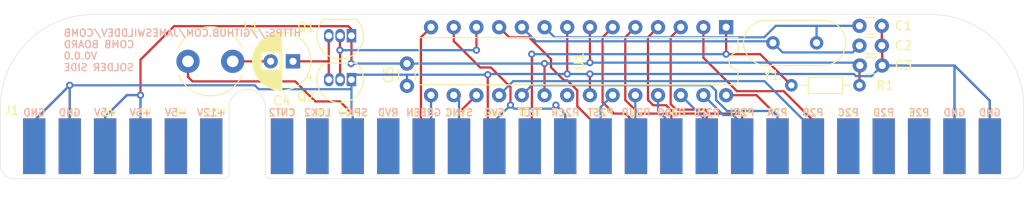
<source format=kicad_pcb>
(kicad_pcb (version 20211014) (generator pcbnew)
  (title_block (title "Comb Arcade Breakout Board") (date "2021-05-24") (rev "0.0.0"))
  (layers (0 "F.Cu" signal) (31 "B.Cu" signal) (34 "B.Paste" user) (35 "F.Paste" user) (36 "B.SilkS" user "B.Silkscreen") (37 "F.SilkS" user "F.Silkscreen") (38 "B.Mask" user) (39 "F.Mask" user) (44 "Edge.Cuts" user))
  (net 0 "")
  (net 1 "GND")
  (net 2 "Net-(C4-Pad1)")
  (net 3 "Net-(C4-Pad2)")
  (net 6 "+5V")
  (net 20 "XTAL1")
  (net 21 "XTAL2")
  (net 22 "VIDEO_SYNC")
  (net 23 "P2_START")
  (net 24 "P2_LEFT")
  (net 25 "VIDEO_GREEN")
  (net 26 "CREDIT")
  (net 27 "P2_UP")
  (net 28 "P2_DOWN")
  (net 29 "P2_RIGHT")
  (net 30 "P2_A")
  (net 31 "P2_B")
  (net 32 "P1_B")
  (net 33 "P1_A")
  (net 34 "P1_RIGHT")
  (net 35 "P1_LEFT")
  (net 36 "P1_DOWN")
  (net 37 "P1_UP")
  (net 38 "P1_START")
  (net 39 "RESET")
  (net 40 "VIDEO_BLUE")
  (net 41 "VIDEO_RED")
  (net 42 "SPEAKER+")
  (net 43 "SPEAKER_PWM")
  (footprint "Package_TO_SOT_THT:TO-92_Inline" (layer "F.Cu") (at 134.29 97.63125 180)
    (fp_text reference "Q1" (at 5.08 0.9525) (layer "F.SilkS"))
    (fp_text value "BC337")
    (pad "1" thru_hole rect locked (at 0 0 180) (size 1.05 1.5) (drill 0.75) (layers *.Cu *.Mask) (net 6 "+5V"))
    (pad "2" thru_hole oval locked (at 1.27 0 180) (size 1.05 1.5) (drill 0.75) (layers *.Cu *.Mask) (net 43 "SPEAKER_PWM"))
    (pad "3" thru_hole oval locked (at 2.54 0 180) (size 1.05 1.5) (drill 0.75) (layers *.Cu *.Mask) (net 2 "Net-(C4-Pad1)"))
  )
  (footprint "Package_TO_SOT_THT:TO-92_Inline" (layer "F.Cu") (at 134.29 102.5525 180)
    (fp_text reference "Q2" (at 5.08 -1.905) (layer "F.SilkS"))
    (fp_text value "BC327")
    (pad "1" thru_hole rect locked (at 0 0 180) (size 1.05 1.5) (drill 0.75) (layers *.Cu *.Mask) (net 1 "GND"))
    (pad "2" thru_hole oval locked (at 1.27 0 180) (size 1.05 1.5) (drill 0.75) (layers *.Cu *.Mask) (net 43 "SPEAKER_PWM"))
    (pad "3" thru_hole oval locked (at 2.54 0 180) (size 1.05 1.5) (drill 0.75) (layers *.Cu *.Mask) (net 2 "Net-(C4-Pad1)"))
  )
  (footprint "Inductor_THT:L_Radial_D7.5mm_P5.00mm_Fastron_07P" (layer "F.Cu") (at 121 100.5 180)
    (fp_text reference "L1" (at -2.06375 3.81) (layer "F.SilkS"))
    (fp_text value "100u")
    (pad "1" thru_hole circle locked (at 0 0 180) (size 2.6 2.6) (drill 1.3) (layers *.Cu *.Mask) (net 3 "Net-(C4-Pad2)"))
    (pad "2" thru_hole circle locked (at 5 0 180) (size 2.6 2.6) (drill 1.3) (layers *.Cu *.Mask) (net 42 "SPEAKER+"))
  )
  (footprint "Capacitor_THT:C_Disc_D3.0mm_W1.6mm_P2.50mm" (layer "F.Cu") (at 193.635 96.52 180)
    (fp_text reference "C1" (at -2.42125 0) (layer "F.SilkS"))
    (fp_text value "22pF")
    (pad "1" thru_hole circle locked (at 0 0 180) (size 1.6 1.6) (drill 0.8) (layers *.Cu *.Mask) (net 1 "GND"))
    (pad "2" thru_hole circle locked (at 2.5 0 180) (size 1.6 1.6) (drill 0.8) (layers *.Cu *.Mask) (net 20 "XTAL1"))
  )
  (footprint "Capacitor_THT:C_Disc_D3.0mm_W1.6mm_P2.50mm" (layer "F.Cu") (at 193.635 98.7425 180)
    (fp_text reference "C2" (at -2.42125 0) (layer "F.SilkS"))
    (fp_text value "22pF")
    (pad "1" thru_hole circle locked (at 0 0 180) (size 1.6 1.6) (drill 0.8) (layers *.Cu *.Mask) (net 1 "GND"))
    (pad "2" thru_hole circle locked (at 2.5 0 180) (size 1.6 1.6) (drill 0.8) (layers *.Cu *.Mask) (net 21 "XTAL2"))
  )
  (footprint "Crystal:Crystal_HC49-4H_Vertical" (layer "F.Cu") (at 186.33125 98.425 180)
    (fp_text reference "Y1" (at 5.03875 -3.65125) (layer "F.SilkS"))
    (fp_text value "16MHz")
    (pad "1" thru_hole circle locked (at 0 0 180) (size 1.5 1.5) (drill 0.8) (layers *.Cu *.Mask) (net 20 "XTAL1"))
    (pad "2" thru_hole circle locked (at 4.88 0 180) (size 1.5 1.5) (drill 0.8) (layers *.Cu *.Mask) (net 21 "XTAL2"))
  )
  (footprint "Comb:Edge_Connector" (layer "F.Cu") (at 152.26375 105.64875)
    (fp_text reference "J1" (at -56.01375 0.35125 180) (layer "F.SilkS"))
    (fp_text value "Game_Connector")
    (fp_text user "SYNC" (at -5.94 0.6) (layer "B.SilkS") (effects (font (size 0.8 0.8)) (justify mirror)))
    (fp_text user "TILT" (at 1.98 0.6) (layer "B.SilkS") (effects (font (size 0.8 0.8)) (justify mirror)))
    (fp_text user "GND" (at 49.5 0.6) (layer "B.SilkS") (effects (font (size 0.8 0.8)) (justify mirror)))
    (fp_text user "SPK-" (at -17.82 0.6) (layer "B.SilkS") (effects (font (size 0.8 0.8)) (justify mirror)))
    (fp_text user "GND" (at -49.5 0.6) (layer "B.SilkS") (effects (font (size 0.8 0.8)) (justify mirror)))
    (fp_text user "GND" (at 53.46 0.6) (layer "B.SilkS") (effects (font (size 0.8 0.8)) (justify mirror)))
    (fp_text user "P2LE" (at 21.78 0.6) (layer "B.SilkS") (effects (font (size 0.8 0.8)) (justify mirror)))
    (fp_text user "+5V" (at -45.54 0.6) (layer "B.SilkS") (effects (font (size 0.8 0.8)) (justify mirror)))
    (fp_text user "+12V" (at -33.66 0.6) (layer "B.SilkS") (effects (font (size 0.8 0.8)) (justify mirror)))
    (fp_text user "P2C" (at 37.62 0.6) (layer "B.SilkS") (effects (font (size 0.8 0.8)) (justify mirror)))
    (fp_text user "-5V" (at -37.62 0.6) (layer "B.SilkS") (effects (font (size 0.8 0.8)) (justify mirror)))
    (fp_text user "P2E" (at 45.54 0.6) (layer "B.SilkS") (effects (font (size 0.8 0.8)) (justify mirror)))
    (fp_text user "P2DO" (at 17.82 0.6) (layer "B.SilkS") (effects (font (size 0.8 0.8)) (justify mirror)))
    (fp_text user "RVD" (at -13.86 0.6) (layer "B.SilkS") (effects (font (size 0.8 0.8)) (justify mirror)))
    (fp_text user "P2CR" (at 5.94 0.6) (layer "B.SilkS") (effects (font (size 0.8 0.8)) (justify mirror)))
    (fp_text user "P2RI" (at 25.74 0.6) (layer "B.SilkS") (effects (font (size 0.8 0.8)) (justify mirror)))
    (fp_text user "P2B" (at 33.66 0.6) (layer "B.SilkS") (effects (font (size 0.8 0.8)) (justify mirror)))
    (fp_text user "GREEN" (at -9.9 0.6) (layer "B.SilkS") (effects (font (size 0.8 0.8)) (justify mirror)))
    (fp_text user "+5V" (at -41.58 0.6) (layer "B.SilkS") (effects (font (size 0.8 0.8)) (justify mirror)))
    (fp_text user "SVC" (at -1.98 0.6) (layer "B.SilkS") (effects (font (size 0.8 0.8)) (justify mirror)))
    (fp_text user "P2ST" (at 9.9 0.6) (layer "B.SilkS") (effects (font (size 0.8 0.8)) (justify mirror)))
    (fp_text user "CNT2" (at -25.74 0.6) (layer "B.SilkS") (effects (font (size 0.8 0.8)) (justify mirror)))
    (fp_text user "P2D" (at 41.58 0.6) (layer "B.SilkS") (effects (font (size 0.8 0.8)) (justify mirror)))
    (fp_text user "LCK2" (at -21.78 0.6) (layer "B.SilkS") (effects (font (size 0.8 0.8)) (justify mirror)))
    (fp_text user "P2UP" (at 13.86 0.6) (layer "B.SilkS") (effects (font (size 0.8 0.8)) (justify mirror)))
    (fp_text user "GND" (at -53.46 0.6) (layer "B.SilkS") (effects (font (size 0.8 0.8)) (justify mirror)))
    (fp_text user "P2A" (at 29.7 0.6) (layer "B.SilkS") (effects (font (size 0.8 0.8)) (justify mirror)))
    (fp_text user "LCK1" (at -21.78 0.6) (layer "F.SilkS") (effects (font (size 0.8 0.8))))
    (fp_text user "P1CR" (at 5.94 0.6) (layer "F.SilkS") (effects (font (size 0.8 0.8))))
    (fp_text user "P1ST" (at 9.9 0.6) (layer "F.SilkS") (effects (font (size 0.8 0.8))))
    (fp_text user "GND" (at 53.46 0.6) (layer "F.SilkS") (effects (font (size 0.8 0.8))))
    (fp_text user "+5V" (at -45.54 0.6) (layer "F.SilkS") (effects (font (size 0.8 0.8))))
    (fp_text user "RVD" (at -13.86 0.6) (layer "F.SilkS") (effects (font (size 0.8 0.8))))
    (fp_text user "CNT1" (at -25.74 0.6) (layer "F.SilkS") (effects (font (size 0.8 0.8))))
    (fp_text user "GND" (at -49.5 0.6) (layer "F.SilkS") (effects (font (size 0.8 0.8))))
    (fp_text user "P1RI" (at 25.74 0.6) (layer "F.SilkS") (effects (font (size 0.8 0.8))))
    (fp_text user "TEST" (at 1.98 0.6) (layer "F.SilkS") (effects (font (size 0.8 0.8))))
    (fp_text user "BLUE" (at -5.94 0.6) (layer "F.SilkS") (effects (font (size 0.8 0.8))))
    (fp_text user "+5V" (at -41.58 0.6) (layer "F.SilkS") (effects (font (size 0.8 0.8))))
    (fp_text user "RED" (at -9.9 0.6) (layer "F.SilkS") (effects (font (size 0.8 0.8))))
    (fp_text user "P1DO" (at 17.82 0.6) (layer "F.SilkS") (effects (font (size 0.8 0.8))))
    (fp_text user "P1LE" (at 21.78 0.6) (layer "F.SilkS") (effects (font (size 0.8 0.8))))
    (fp_text user "P1B" (at 33.66 0.6) (layer "F.SilkS") (effects (font (size 0.8 0.8))))
    (fp_text user "P1UP" (at 13.86 0.6) (layer "F.SilkS") (effects (font (size 0.8 0.8))))
    (fp_text user "-5V" (at -37.62 0.6) (layer "F.SilkS") (effects (font (size 0.8 0.8))))
    (fp_text user "P1D" (at 41.58 0.6) (layer "F.SilkS") (effects (font (size 0.8 0.8))))
    (fp_text user "GND" (at 49.5 0.6) (layer "F.SilkS") (effects (font (size 0.8 0.8))))
    (fp_text user "GND" (at -1.98 0.6) (layer "F.SilkS") (effects (font (size 0.8 0.8))))
    (fp_text user "GND" (at -53.46 0.6) (layer "F.SilkS") (effects (font (size 0.8 0.8))))
    (fp_text user "P1E" (at 45.54 0.6) (layer "F.SilkS") (effects (font (size 0.8 0.8))))
    (fp_text user "P1C" (at 37.62 0.6) (layer "F.SilkS") (effects (font (size 0.8 0.8))))
    (fp_text user "+12V" (at -33.66 0.6) (layer "F.SilkS") (effects (font (size 0.8 0.8))))
    (fp_text user "SPK+" (at -17.82 0.6) (layer "F.SilkS") (effects (font (size 0.8 0.8))))
    (fp_text user "P1A" (at 29.7 0.6) (layer "F.SilkS") (effects (font (size 0.8 0.8))))
    (fp_line (start -27.115 8) (end 55.75 8) (layer "Edge.Cuts") (width 0.05))
    (fp_line (start 57.25 6.5) (end 57.25 0) (layer "Edge.Cuts") (width 0.05))
    (fp_line (start -32.285 8) (end -55.75 8) (layer "Edge.Cuts") (width 0.05))
    (fp_line (start -29.7 -2) (end -29.615 -2) (layer "Edge.Cuts") (width 0.05))
    (fp_line (start -27.615 0) (end -27.615 7.5) (layer "Edge.Cuts") (width 0.05))
    (fp_line (start -57.25 6.5) (end -57.25 0) (layer "Edge.Cuts") (width 0.05))
    (fp_line (start -31.66 7.375) (end -31.66 0) (layer "Edge.Cuts") (width 0.05))
    (fp_arc (start -31.66 7.375) (mid -31.843058 7.816942) (end -32.285 8) (layer "Edge.Cuts") (width 0.05))
    (fp_arc (start -55.75 8) (mid -56.81066 7.56066) (end -57.25 6.5) (layer "Edge.Cuts") (width 0.05))
    (fp_arc (start -31.66 0) (mid -31.088427 -1.400259) (end -29.7 -2) (layer "Edge.Cuts") (width 0.05))
    (fp_arc (start 57.25 6.5) (mid 56.81066 7.56066) (end 55.75 8) (layer "Edge.Cuts") (width 0.05))
    (fp_arc (start -29.615 -2) (mid -28.200786 -1.414214) (end -27.615 0) (layer "Edge.Cuts") (width 0.05))
    (fp_arc (start -27.115 8) (mid -27.468553 7.853553) (end -27.615 7.5) (layer "Edge.Cuts") (width 0.05))
    (pad "1" smd rect (at -53.46 4.375) (size 2.5 6.25) (layers "F.Cu" "F.Paste" "F.Mask") (net 1 "GND"))
    (pad "2" smd rect (at -49.5 4.375) (size 2.5 6.25) (layers "F.Cu" "F.Paste" "F.Mask") (net 1 "GND"))
    (pad "3" smd rect (at -45.54 4.375) (size 2.5 6.25) (layers "F.Cu" "F.Paste" "F.Mask") (net 6 "+5V"))
    (pad "4" smd rect (at -41.58 4.375) (size 2.5 6.25) (layers "F.Cu" "F.Paste" "F.Mask") (net 6 "+5V"))
    (pad "5" smd rect (at -37.62 4.375) (size 2.5 6.25) (layers "F.Cu" "F.Paste" "F.Mask"))
    (pad "6" smd rect (at -33.66 4.375) (size 2.5 6.25) (layers "F.Cu" "F.Paste" "F.Mask"))
    (pad "8" smd rect (at -25.74 4.375) (size 2.5 6.25) (layers "F.Cu" "F.Paste" "F.Mask"))
    (pad "9" smd rect (at -21.78 4.375) (size 2.5 6.25) (layers "F.Cu" "F.Paste" "F.Mask"))
    (pad "10" smd rect (at -17.82 4.375) (size 2.5 6.25) (layers "F.Cu" "F.Paste" "F.Mask") (net 42 "SPEAKER+"))
    (pad "11" smd rect (at -13.86 4.375) (size 2.5 6.25) (layers "F.Cu" "F.Paste" "F.Mask"))
    (pad "12" smd rect (at -9.9 4.375) (size 2.5 6.25) (layers "F.Cu" "F.Paste" "F.Mask") (net 41 "VIDEO_RED"))
    (pad "13" smd rect (at -5.94 4.375) (size 2.5 6.25) (layers "F.Cu" "F.Paste" "F.Mask") (net 40 "VIDEO_BLUE"))
    (pad "14" smd rect (at -1.98 4.375) (size 2.5 6.25) (layers "F.Cu" "F.Paste" "F.Mask") (net 1 "GND"))
    (pad "15" smd rect (at 1.98 4.375) (size 2.5 6.25) (layers "F.Cu" "F.Paste" "F.Mask") (net 39 "RESET"))
    (pad "16" smd rect (at 5.94 4.375) (size 2.5 6.25) (layers "F.Cu" "F.Paste" "F.Mask") (net 26 "CREDIT"))
    (pad "17" smd rect (at 9.9 4.375) (size 2.5 6.25) (layers "F.Cu" "F.Paste" "F.Mask") (net 38 "P1_START"))
    (pad "18" smd rect (at 13.86 4.375) (size 2.5 6.25) (layers "F.Cu" "F.Paste" "F.Mask") (net 37 "P1_UP"))
    (pad "19" smd rect (at 17.82 4.375) (size 2.5 6.25) (layers "F.Cu" "F.Paste" "F.Mask") (net 36 "P1_DOWN"))
    (pad "20" smd rect (at 21.78 4.375) (size 2.5 6.25) (layers "F.Cu" "F.Paste" "F.Mask") (net 35 "P1_LEFT"))
    (pad "21" smd rect (at 25.74 4.375) (size 2.5 6.25) (layers "F.Cu" "F.Paste" "F.Mask") (net 34 "P1_RIGHT"))
    (pad "22" smd rect (at 29.7 4.375) (size 2.5 6.25) (layers "F.Cu" "F.Paste" "F.Mask") (net 33 "P1_A"))
    (pad "23" smd rect (at 33.66 4.375) (size 2.5 6.25) (layers "F.Cu" "F.Paste" "F.Mask") (net 32 "P1_B"))
    (pad "24" smd rect (at 37.62 4.375) (size 2.5 6.25) (layers "F.Cu" "F.Paste" "F.Mask"))
    (pad "25" smd rect (at 41.58 4.375) (size 2.5 6.25) (layers "F.Cu" "F.Paste" "F.Mask"))
    (pad "26" smd rect (at 45.54 4.375) (size 2.5 6.25) (layers "F.Cu" "F.Paste" "F.Mask"))
    (pad "27" smd rect (at 49.5 4.375) (size 2.5 6.25) (layers "F.Cu" "F.Paste" "F.Mask") (net 1 "GND"))
    (pad "28" smd rect (at 53.46 4.375) (size 2.5 6.25) (layers "F.Cu" "F.Paste" "F.Mask") (net 1 "GND"))
    (pad "A" smd rect (at -53.46 4.375) (size 2.5 6.25) (layers "B.Cu" "B.Paste" "B.Mask") (net 1 "GND"))
    (pad "AA" smd rect (at 33.66 4.375) (size 2.5 6.25) (layers "B.Cu" "B.Paste" "B.Mask") (net 31 "P2_B"))
    (pad "AB" smd rect (at 37.62 4.375) (size 2.5 6.25) (layers "B.Cu" "B.Paste" "B.Mask"))
    (pad "AC" smd rect (at 41.58 4.375) (size 2.5 6.25) (layers "B.Cu" "B.Paste" "B.Mask"))
    (pad "AD" smd rect (at 45.54 4.375) (size 2.5 6.25) (layers "B.Cu" "B.Paste" "B.Mask"))
    (pad "AE" smd rect (at 49.5 4.375) (size 2.5 6.25) (layers "B.Cu" "B.Paste" "B.Mask") (net 1 "GND"))
    (pad "AF" smd rect (at 53.46 4.375) (size 2.5 6.25) (layers "B.Cu" "B.Paste" "B.Mask") (net 1 "GND"))
    (pad "B" smd rect (at -49.5 4.375) (size 2.5 6.25) (layers "B.Cu" "B.Paste" "B.Mask") (net 1 "GND"))
    (pad "C" smd rect (at -45.54 4.375) (size 2.5 6.25) (layers "B.Cu" "B.Paste" "B.Mask") (net 6 "+5V"))
    (pad "D" smd rect (at -41.58 4.375) (size 2.5 6.25) (layers "B.Cu" "B.Paste" "B.Mask") (net 6 "+5V"))
    (pad "E" smd rect (at -37.62 4.375) (size 2.5 6.25) (layers "B.Cu" "B.Paste" "B.Mask"))
    (pad "F" smd rect (at -33.66 4.375) (size 2.5 6.25) (layers "B.Cu" "B.Paste" "B.Mask"))
    (pad "J" smd rect (at -25.74 4.375) (size 2.5 6.25) (layers "B.Cu" "B.Paste" "B.Mask"))
    (pad "K" smd rect (at -21.78 4.375) (size 2.5 6.25) (layers "B.Cu" "B.Paste" "B.Mask"))
    (pad "L" smd rect (at -17.82 4.375) (size 2.5 6.25) (layers "B.Cu" "B.Paste" "B.Mask") (net 1 "GND"))
    (pad "M" smd rect (at -13.86 4.375) (size 2.5 6.25) (layers "B.Cu" "B.Paste" "B.Mask"))
    (pad "N" smd rect (at -9.9 4.375) (size 2.5 6.25) (layers "B.Cu" "B.Paste" "B.Mask") (net 25 "VIDEO_GREEN"))
    (pad "P" smd rect (at -5.94 4.375) (size 2.5 6.25) (layers "B.Cu" "B.Paste" "B.Mask") (net 22 "VIDEO_SYNC"))
    (pad "R" smd rect (at -1.98 4.375) (size 2.5 6.25) (layers "B.Cu" "B.Paste" "B.Mask") (net 26 "CREDIT"))
    (pad "S" smd rect (at 1.98 4.375) (size 2.5 6.25) (layers "B.Cu" "B.Paste" "B.Mask"))
    (pad "T" smd rect (at 5.94 4.375) (size 2.5 6.25) (layers "B.Cu" "B.Paste" "B.Mask") (net 26 "CREDIT"))
    (pad "U" smd rect (at 9.9 4.375) (size 2.5 6.25) (layers "B.Cu" "B.Paste" "B.Mask") (net 23 "P2_START"))
    (pad "V" smd rect (at 13.86 4.375) (size 2.5 6.25) (layers "B.Cu" "B.Paste" "B.Mask") (net 27 "P2_UP"))
    (pad "W" smd rect (at 17.82 4.375) (size 2.5 6.25) (layers "B.Cu" "B.Paste" "B.Mask") (net 28 "P2_DOWN"))
    (pad "X" smd rect (at 21.78 4.375) (size 2.5 6.25) (layers "B.Cu" "B.Paste" "B.Mask") (net 24 "P2_LEFT"))
    (pad "Y" smd rect (at 25.74 4.375) (size 2.5 6.25) (layers "B.Cu" "B.Paste" "B.Mask") (net 29 "P2_RIGHT"))
    (pad "Z" smd rect (at 29.7 4.375) (size 2.5 6.25) (layers "B.Cu" "B.Paste" "B.Mask") (net 30 "P2_A"))
  )
  (footprint "Resistor_THT:R_Axial_DIN0204_L3.6mm_D1.6mm_P7.62mm_Horizontal" (layer "F.Cu") (at 183.515 103.1875)
    (fp_text reference "R1" (at 10.4775 0) (layer "F.SilkS"))
    (fp_text value "4K7")
    (pad "1" thru_hole circle locked (at 0 0) (size 1.4 1.4) (drill 0.7) (layers *.Cu *.Mask) (net 39 "RESET"))
    (pad "2" thru_hole oval locked (at 7.62 0) (size 1.4 1.4) (drill 0.7) (layers *.Cu *.Mask) (net 6 "+5V"))
  )
  (footprint "Capacitor_THT:C_Disc_D3.0mm_W1.6mm_P2.50mm" (layer "F.Cu") (at 193.675 100.965 180)
    (fp_text reference "C3" (at -2.38125 0) (layer "F.SilkS"))
    (fp_text value "100nF")
    (pad "1" thru_hole circle locked (at 0 0 180) (size 1.6 1.6) (drill 0.8) (layers *.Cu *.Mask) (net 1 "GND"))
    (pad "2" thru_hole circle locked (at 2.5 0 180) (size 1.6 1.6) (drill 0.8) (layers *.Cu *.Mask) (net 6 "+5V"))
  )
  (footprint "Capacitor_THT:C_Disc_D3.0mm_W1.6mm_P2.50mm" (layer "F.Cu") (at 140.5 103.25 90)
    (fp_text reference "C5" (at 1.25 -2.05 90) (layer "F.SilkS"))
    (fp_text value "100nF")
    (pad "1" thru_hole circle (at 0 0 90) (size 1.6 1.6) (drill 0.8) (layers *.Cu *.Mask) (net 1 "GND"))
    (pad "2" thru_hole circle (at 2.5 0 90) (size 1.6 1.6) (drill 0.8) (layers *.Cu *.Mask) (net 6 "+5V"))
  )
  (footprint "Capacitor_THT:CP_Radial_D6.3mm_P2.50mm" (layer "F.Cu") (at 127.75 100.5 180)
    (fp_text reference "C4" (at 1.25 -4.4) (layer "F.SilkS"))
    (fp_text value "47u")
    (pad "1" thru_hole rect (at 0 0 180) (size 1.6 1.6) (drill 0.8) (layers *.Cu *.Mask) (net 2 "Net-(C4-Pad1)"))
    (pad "2" thru_hole circle (at 2.5 0 180) (size 1.6 1.6) (drill 0.8) (layers *.Cu *.Mask) (net 3 "Net-(C4-Pad2)"))
  )
  (footprint "Package_DIP:DIP-28_W7.62mm" (layer "F.Cu") (at 176.2125 96.67875 -90)
    (fp_text reference "U1" (at 3.81 16.4625 90) (layer "F.SilkS"))
    (fp_text value "ATmega328P-P")
    (pad "1" thru_hole rect (at 0 0 270) (size 1.6 1.6) (drill 0.8) (layers *.Cu *.Mask) (net 39 "RESET"))
    (pad "2" thru_hole oval (at 0 2.54 270) (size 1.6 1.6) (drill 0.8) (layers *.Cu *.Mask) (net 32 "P1_B"))
    (pad "3" thru_hole oval (at 0 5.08 270) (size 1.6 1.6) (drill 0.8) (layers *.Cu *.Mask) (net 34 "P1_RIGHT"))
    (pad "4" thru_hole oval (at 0 7.62 270) (size 1.6 1.6) (drill 0.8) (layers *.Cu *.Mask) (net 35 "P1_LEFT"))
    (pad "5" thru_hole oval (at 0 10.16 270) (size 1.6 1.6) (drill 0.8) (layers *.Cu *.Mask) (net 36 "P1_DOWN"))
    (pad "6" thru_hole oval (at 0 12.7 270) (size 1.6 1.6) (drill 0.8) (layers *.Cu *.Mask) (net 37 "P1_UP"))
    (pad "7" thru_hole oval (at 0 15.24 270) (size 1.6 1.6) (drill 0.8) (layers *.Cu *.Mask) (net 6 "+5V"))
    (pad "8" thru_hole oval (at 0 17.78 270) (size 1.6 1.6) (drill 0.8) (layers *.Cu *.Mask) (net 1 "GND"))
    (pad "9" thru_hole oval (at 0 20.32 270) (size 1.6 1.6) (drill 0.8) (layers *.Cu *.Mask) (net 20 "XTAL1"))
    (pad "10" thru_hole oval (at 0 22.86 270) (size 1.6 1.6) (drill 0.8) (layers *.Cu *.Mask) (net 21 "XTAL2"))
    (pad "11" thru_hole oval (at 0 25.4 270) (size 1.6 1.6) (drill 0.8) (layers *.Cu *.Mask) (net 38 "P1_START"))
    (pad "12" thru_hole oval (at 0 27.94 270) (size 1.6 1.6) (drill 0.8) (layers *.Cu *.Mask) (net 43 "SPEAKER_PWM"))
    (pad "13" thru_hole oval (at 0 30.48 270) (size 1.6 1.6) (drill 0.8) (layers *.Cu *.Mask) (net 26 "CREDIT"))
    (pad "14" thru_hole oval (at 0 33.02 270) (size 1.6 1.6) (drill 0.8) (layers *.Cu *.Mask) (net 41 "VIDEO_RED"))
    (pad "15" thru_hole oval (at 7.62 33.02 270) (size 1.6 1.6) (drill 0.8) (layers *.Cu *.Mask) (net 25 "VIDEO_GREEN"))
    (pad "16" thru_hole oval (at 7.62 30.48 270) (size 1.6 1.6) (drill 0.8) (layers *.Cu *.Mask) (net 22 "VIDEO_SYNC"))
    (pad "17" thru_hole oval (at 7.62 27.94 270) (size 1.6 1.6) (drill 0.8) (layers *.Cu *.Mask) (net 40 "VIDEO_BLUE"))
    (pad "18" thru_hole oval (at 7.62 25.4 270) (size 1.6 1.6) (drill 0.8) (layers *.Cu *.Mask) (net 31 "P2_B"))
    (pad "19" thru_hole oval (at 7.62 22.86 270) (size 1.6 1.6) (drill 0.8) (layers *.Cu *.Mask) (net 30 "P2_A"))
    (pad "20" thru_hole oval (at 7.62 20.32 270) (size 1.6 1.6) (drill 0.8) (layers *.Cu *.Mask) (net 6 "+5V"))
    (pad "21" thru_hole oval (at 7.62 17.78 270) (size 1.6 1.6) (drill 0.8) (layers *.Cu *.Mask))
    (pad "22" thru_hole oval (at 7.62 15.24 270) (size 1.6 1.6) (drill 0.8) (layers *.Cu *.Mask) (net 1 "GND"))
    (pad "23" thru_hole oval (at 7.62 12.7 270) (size 1.6 1.6) (drill 0.8) (layers *.Cu *.Mask) (net 23 "P2_START"))
    (pad "24" thru_hole oval (at 7.62 10.16 270) (size 1.6 1.6) (drill 0.8) (layers *.Cu *.Mask) (net 27 "P2_UP"))
    (pad "25" thru_hole oval (at 7.62 7.62 270) (size 1.6 1.6) (drill 0.8) (layers *.Cu *.Mask) (net 28 "P2_DOWN"))
    (pad "26" thru_hole oval (at 7.62 5.08 270) (size 1.6 1.6) (drill 0.8) (layers *.Cu *.Mask) (net 24 "P2_LEFT"))
    (pad "27" thru_hole oval (at 7.62 2.54 270) (size 1.6 1.6) (drill 0.8) (layers *.Cu *.Mask) (net 29 "P2_RIGHT"))
    (pad "28" thru_hole oval (at 7.62 0 270) (size 1.6 1.6) (drill 0.8) (layers *.Cu *.Mask) (net 33 "P1_A"))
  )
  (gr_arc (start 95.01375 105.64875) (mid 98.060353 98.293599) (end 105.415504 95.246996) (layer "Edge.Cuts") (width 0.05))
  (gr_arc (start 199.111996 95.246996) (mid 206.467147 98.293599) (end 209.51375 105.64875) (layer "Edge.Cuts") (width 0.05))
  (gr_line (start 105.415504 95.246996) (end 199.111996 95.246996) (layer "Edge.Cuts") (width 0.05))
  (gr_text "HTTPS://GITHUB.COM/JAMESWILDDEV/COMB\nCOMB BOARD\nV0.0.0\nSOLDER SIDE" (at 102 99.25) (layer "B.SilkS") (effects (font (size 0.8 0.8)) (justify right mirror)))
  (segment (start 205.72375 104.9325) (end 201.76375 100.9725) (width 0.25) (layer "F.Cu") (net 1))
  (segment (start 205.72375 110.02375) (end 205.72375 104.9325) (width 0.25) (layer "F.Cu") (net 1))
  (segment (start 98.80375 107.1475) (end 102.76375 103.1875) (width 0.25) (layer "F.Cu") (net 1))
  (segment (start 149.5425 102) (end 149.5425 109.2825) (width 0.25) (layer "F.Cu") (net 1))
  (segment (start 160.9725 104.29875) (end 160.9725 101.9175) (width 0.25) (layer "F.Cu") (net 1))
  (segment (start 98.80375 110.02375) (end 98.80375 107.1475) (width 0.25) (layer "F.Cu") (net 1))
  (segment (start 193.675 100.965) (end 193.675 98.7825) (width 0.25) (layer "F.Cu") (net 1))
  (segment (start 201.76375 100.9725) (end 201.75625 100.965) (width 0.25) (layer "F.Cu") (net 1))
  (segment (start 158.4325 101.9175) (end 158.4325 96.67875) (width 0.25) (layer "F.Cu") (net 1))
  (segment (start 201.75625 100.965) (end 193.675 100.965) (width 0.25) (layer "F.Cu") (net 1))
  (segment (start 193.635 98.7425) (end 193.635 96.52) (width 0.25) (layer "F.Cu") (net 1))
  (segment (start 193.675 98.7825) (end 193.635 98.7425) (width 0.25) (layer "F.Cu") (net 1))
  (segment (start 102.76375 110.02375) (end 102.76375 103.1875) (width 0.25) (layer "F.Cu") (net 1))
  (segment (start 149.5425 109.2825) (end 150.28375 110.02375) (width 0.25) (layer "F.Cu") (net 1))
  (segment (start 201.76375 110.02375) (end 201.76375 100.9725) (width 0.25) (layer "F.Cu") (net 1))
  (via (at 149.5425 102) (size 0.8) (drill 0.4) (layers "F.Cu" "B.Cu") (net 1))
  (via (at 158.4325 101.9175) (size 0.8) (drill 0.4) (layers "F.Cu" "B.Cu") (net 1))
  (via (at 102.76375 103.1875) (size 0.8) (drill 0.4) (layers "F.Cu" "B.Cu") (net 1))
  (via (at 160.9725 101.9175) (size 0.8) (drill 0.4) (layers "F.Cu" "B.Cu") (net 1))
  (segment (start 205.72375 104.9175) (end 201.77125 100.965) (width 0.25) (layer "B.Cu") (net 1))
  (segment (start 192.477501 102.162499) (end 193.675 100.965) (width 0.25) (layer "B.Cu") (net 1))
  (segment (start 140.5 102) (end 149.5425 102) (width 0.25) (layer "B.Cu") (net 1))
  (segment (start 190.744999 102.162499) (end 192.477501 102.162499) (width 0.25) (layer "B.Cu") (net 1))
  (segment (start 132.37751 103.62751) (end 123.918392 103.62751) (width 0.25) (layer "B.Cu") (net 1))
  (segment (start 160.9725 101.9175) (end 190.5 101.9175) (width 0.25) (layer "B.Cu") (net 1))
  (segment (start 201.77125 100.965) (end 201.77125 110.01625) (width 0.25) (layer "B.Cu") (net 1))
  (segment (start 149.625 101.9175) (end 149.5425 102) (width 0.25) (layer "B.Cu") (net 1))
  (segment (start 102.76375 110.02375) (end 102.76375 103.1875) (width 0.25) (layer "B.Cu") (net 1))
  (segment (start 193.675 100.965) (end 201.77125 100.965) (width 0.25) (layer "B.Cu") (net 1))
  (segment (start 98.80375 110.02375) (end 98.80375 107.1475) (width 0.25) (layer "B.Cu") (net 1))
  (segment (start 201.77125 110.01625) (end 201.76375 110.02375) (width 0.25) (layer "B.Cu") (net 1))
  (segment (start 205.72375 110.02375) (end 205.72375 104.9175) (width 0.25) (layer "B.Cu") (net 1))
  (segment (start 134.44375 106.44375) (end 134.29 106.29) (width 0.25) (layer "B.Cu") (net 1))
  (segment (start 134.29 102.5525) (end 134.8425 102) (width 0.25) (layer "B.Cu") (net 1))
  (segment (start 132.37751 103.62751) (end 134.20751 103.62751) (width 0.25) (layer "B.Cu") (net 1))
  (segment (start 134.44375 110.02375) (end 134.44375 106.44375) (width 0.25) (layer "B.Cu") (net 1))
  (segment (start 123.918392 103.62751) (end 123.478382 103.1875) (width 0.25) (layer "B.Cu") (net 1))
  (segment (start 123.478382 103.1875) (end 102.76375 103.1875) (width 0.25) (layer "B.Cu") (net 1))
  (segment (start 190.5 101.9175) (end 190.744999 102.162499) (width 0.25) (layer "B.Cu") (net 1))
  (segment (start 134.8425 102) (end 140.5 102) (width 0.25) (layer "B.Cu") (net 1))
  (segment (start 158.4325 101.9175) (end 160.9725 101.9175) (width 0.25) (layer "B.Cu") (net 1))
  (segment (start 158.4325 101.9175) (end 149.625 101.9175) (width 0.25) (layer "B.Cu") (net 1))
  (segment (start 134.29 103.71) (end 134.29 102.5525) (width 0.25) (layer "B.Cu") (net 1))
  (segment (start 140.5 103.25) (end 140.5 102) (width 0.25) (layer "B.Cu") (net 1))
  (segment (start 134.29 106.29) (end 134.29 103.71) (width 0.25) (layer "B.Cu") (net 1))
  (segment (start 98.80375 107.1475) (end 102.76375 103.1875) (width 0.25) (layer "B.Cu") (net 1))
  (segment (start 134.20751 103.62751) (end 134.29 103.71) (width 0.25) (layer "B.Cu") (net 1))
  (segment (start 127.75 100.5) (end 131.75 100.5) (width 0.25) (layer "F.Cu") (net 2))
  (segment (start 131.75 100.5) (end 131.75 102.5525) (width 0.25) (layer "F.Cu") (net 2))
  (segment (start 131.75 97.63125) (end 131.75 100.5) (width 0.25) (layer "F.Cu") (net 2))
  (segment (start 125.25 100.5) (end 121 100.5) (width 0.25) (layer "F.Cu") (net 3))
  (segment (start 191.135 101.005) (end 191.175 100.965) (width 0.25) (layer "F.Cu") (net 6))
  (segment (start 134.29 96.90346) (end 133.94327 96.55673) (width 0.25) (layer "F.Cu") (net 6))
  (segment (start 160.9725 100.6475) (end 160.9725 96.67875) (width 0.25) (layer "F.Cu") (net 6))
  (segment (start 191.135 103.1875) (end 191.135 101.005) (width 0.25) (layer "F.Cu") (net 6))
  (segment (start 106.72375 106.72375) (end 109.14875 104.29875) (width 0.25) (layer "F.Cu") (net 6))
  (segment (start 114.44327 96.55673) (end 110.68375 100.31625) (width 0.25) (layer "F.Cu") (net 6))
  (segment (start 134.29 97.63125) (end 134.29 96.90346) (width 0.25) (layer "F.Cu") (net 6))
  (segment (start 134.29 100.71) (end 134.29 97.63125) (width 0.25) (layer "F.Cu") (net 6))
  (segment (start 110.68375 100.31625) (end 110.68375 104.29875) (width 0.25) (layer "F.Cu") (net 6))
  (segment (start 155.8925 100.750501) (end 155.893001 100.75) (width 0.25) (layer "F.Cu") (net 6))
  (segment (start 110.68375 110.02375) (end 110.68375 104.29875) (width 0.25) (layer "F.Cu") (net 6))
  (segment (start 134.25 100.75) (end 134.29 100.71) (width 0.25) (layer "F.Cu") (net 6))
  (segment (start 155.8925 104.29875) (end 155.8925 100.750501) (width 0.25) (layer "F.Cu") (net 6))
  (segment (start 106.72375 110.02375) (end 106.72375 106.72375) (width 0.25) (layer "F.Cu") (net 6))
  (segment (start 109.14875 104.29875) (end 110.68375 104.29875) (width 0.25) (layer "F.Cu") (net 6))
  (segment (start 133.94327 96.55673) (end 114.44327 96.55673) (width 0.25) (layer "F.Cu") (net 6))
  (via (at 160.9725 100.6475) (size 0.8) (drill 0.4) (layers "F.Cu" "B.Cu") (net 6))
  (via (at 110.68375 104.29875) (size 0.8) (drill 0.4) (layers "F.Cu" "B.Cu") (net 6))
  (via (at 134.25 100.75) (size 0.8) (drill 0.4) (layers "F.Cu" "B.Cu") (net 6))
  (via (at 155.893001 100.75) (size 0.8) (drill 0.4) (layers "F.Cu" "B.Cu") (net 6))
  (segment (start 140.5 100.75) (end 155.893001 100.75) (width 0.25) (layer "B.Cu") (net 6))
  (segment (start 160.9725 100.6475) (end 190.8575 100.6475) (width 0.25) (layer "B.Cu") (net 6))
  (segment (start 190.8575 100.6475) (end 191.175 100.965) (width 0.25) (layer "B.Cu") (net 6))
  (segment (start 106.72375 110.02375) (end 106.72375 106.72375) (width 0.25) (layer "B.Cu") (net 6))
  (segment (start 110.68375 110.02375) (end 110.68375 104.29875) (width 0.25) (layer "B.Cu") (net 6))
  (segment (start 160.87 100.75) (end 160.9725 100.6475) (width 0.25) (layer "B.Cu") (net 6))
  (segment (start 106.72375 106.72375) (end 109.14875 104.29875) (width 0.25) (layer "B.Cu") (net 6))
  (segment (start 109.14875 104.29875) (end 110.68375 104.29875) (width 0.25) (layer "B.Cu") (net 6))
  (segment (start 155.893001 100.75) (end 160.87 100.75) (width 0.25) (layer "B.Cu") (net 6))
  (segment (start 134.25 100.75) (end 140.5 100.75) (width 0.25) (layer "B.Cu") (net 6))
  (segment (start 181.765248 96.52) (end 186.3725 96.52) (width 0.25) (layer "B.Cu") (net 20))
  (segment (start 186.33125 96.56125) (end 186.3725 96.52) (width 0.25) (layer "B.Cu") (net 20))
  (segment (start 180.481497 97.803751) (end 181.765248 96.52) (width 0.25) (layer "B.Cu") (net 20))
  (segment (start 155.8925 96.67875) (end 157.017501 97.803751) (width 0.25) (layer "B.Cu") (net 20))
  (segment (start 186.33125 98.425) (end 186.33125 96.56125) (width 0.25) (layer "B.Cu") (net 20))
  (segment (start 186.3725 96.52) (end 191.135 96.52) (width 0.25) (layer "B.Cu") (net 20))
  (segment (start 157.017501 97.803751) (end 180.481497 97.803751) (width 0.25) (layer "B.Cu") (net 20))
  (segment (start 190.377499 99.500001) (end 191.135 98.7425) (width 0.25) (layer "B.Cu") (net 21))
  (segment (start 181.45125 98.425) (end 182.526251 99.500001) (width 0.25) (layer "B.Cu") (net 21))
  (segment (start 182.526251 99.500001) (end 190.377499 99.500001) (width 0.25) (layer "B.Cu") (net 21))
  (segment (start 153.3525 96.67875) (end 154.927511 98.253761) (width 0.25) (layer "B.Cu") (net 21))
  (segment (start 154.927511 98.253761) (end 181.280011 98.253761) (width 0.25) (layer "B.Cu") (net 21))
  (segment (start 181.280011 98.253761) (end 181.45125 98.425) (width 0.25) (layer "B.Cu") (net 21))
  (segment (start 146.32375 110.02375) (end 146.32375 104.89) (width 0.25) (layer "B.Cu") (net 22))
  (segment (start 146.32375 104.89) (end 145.7325 104.29875) (width 0.25) (layer "B.Cu") (net 22))
  (segment (start 162.16375 110.02375) (end 162.16375 105.6475) (width 0.25) (layer "B.Cu") (net 23))
  (segment (start 162.16375 105.6475) (end 163.5125 104.29875) (width 0.25) (layer "B.Cu") (net 23))
  (segment (start 174.04375 107.21) (end 174.04375 110.02375) (width 0.25) (layer "B.Cu") (net 24))
  (segment (start 171.1325 104.29875) (end 174.04375 107.21) (width 0.25) (layer "B.Cu") (net 24))
  (segment (start 143.1925 104.29875) (end 143.1925 109.195) (width 0.25) (layer "B.Cu") (net 25))
  (segment (start 143.1925 109.195) (end 142.36375 110.02375) (width 0.25) (layer "B.Cu") (net 25))
  (segment (start 152.0825 103.384498) (end 152.0825 105.41) (width 0.25) (layer "F.Cu") (net 26))
  (segment (start 145.7325 96.67875) (end 145.7325 98.228002) (width 0.25) (layer "F.Cu") (net 26))
  (segment (start 158.20375 106.45125) (end 157.1625 105.41) (width 0.25) (layer "F.Cu") (net 26))
  (segment (start 149.890501 101.192499) (end 152.0825 103.384498) (width 0.25) (layer "F.Cu") (net 26))
  (segment (start 158.20375 110.02375) (end 158.20375 106.45125) (width 0.25) (layer "F.Cu") (net 26))
  (segment (start 148.696997 101.192499) (end 149.890501 101.192499) (width 0.25) (layer "F.Cu") (net 26))
  (segment (start 145.7325 98.228002) (end 148.696997 101.192499) (width 0.25) (layer "F.Cu") (net 26))
  (via (at 152.0825 105.41) (size 0.8) (drill 0.4) (layers "F.Cu" "B.Cu") (net 26))
  (via (at 157.1625 105.41) (size 0.8) (drill 0.4) (layers "F.Cu" "B.Cu") (net 26))
  (segment (start 156.762501 105.809999) (end 157.1625 105.41) (width 0.25) (layer "B.Cu") (net 26))
  (segment (start 158.20375 106.45125) (end 157.1625 105.41) (width 0.25) (layer "B.Cu") (net 26))
  (segment (start 150.28375 110.02375) (end 150.28375 107.20875) (width 0.25) (layer "B.Cu") (net 26))
  (segment (start 152.482499 105.809999) (end 156.762501 105.809999) (width 0.25) (layer "B.Cu") (net 26))
  (segment (start 158.20375 110.02375) (end 158.20375 106.45125) (width 0.25) (layer "B.Cu") (net 26))
  (segment (start 152.0825 105.41) (end 152.482499 105.809999) (width 0.25) (layer "B.Cu") (net 26))
  (segment (start 150.28375 107.20875) (end 152.0825 105.41) (width 0.25) (layer "B.Cu") (net 26))
  (segment (start 166.0525 109.9525) (end 166.12375 110.02375) (width 0.25) (layer "B.Cu") (net 27))
  (segment (start 166.0525 104.29875) (end 166.0525 109.9525) (width 0.25) (layer "B.Cu") (net 27))
  (segment (start 168.5925 106.045) (end 168.5925 104.29875) (width 0.25) (layer "B.Cu") (net 28))
  (segment (start 170.08375 107.53625) (end 168.5925 106.045) (width 0.25) (layer "B.Cu") (net 28))
  (segment (start 170.08375 110.02375) (end 170.08375 107.53625) (width 0.25) (layer "B.Cu") (net 28))
  (segment (start 175.895 106.52125) (end 173.6725 104.29875) (width 0.25) (layer "B.Cu") (net 29))
  (segment (start 177.00625 106.52125) (end 175.895 106.52125) (width 0.25) (layer "B.Cu") (net 29))
  (segment (start 178.00375 107.51875) (end 177.00625 106.52125) (width 0.25) (layer "B.Cu") (net 29))
  (segment (start 178.00375 110.02375) (end 178.00375 107.51875) (width 0.25) (layer "B.Cu") (net 29))
  (segment (start 154.477501 103.173749) (end 174.452499 103.173749) (width 0.25) (layer "B.Cu") (net 30))
  (segment (start 175.087499 103.808749) (end 175.087499 104.838751) (width 0.25) (layer "B.Cu") (net 30))
  (segment (start 176.319988 106.07124) (end 181.38624 106.07124) (width 0.25) (layer "B.Cu") (net 30))
  (segment (start 153.3525 104.29875) (end 154.477501 103.173749) (width 0.25) (layer "B.Cu") (net 30))
  (segment (start 174.452499 103.173749) (end 175.087499 103.808749) (width 0.25) (layer "B.Cu") (net 30))
  (segment (start 181.38624 106.07124) (end 181.96375 106.64875) (width 0.25) (layer "B.Cu") (net 30))
  (segment (start 181.96375 106.64875) (end 181.96375 110.02375) (width 0.25) (layer "B.Cu") (net 30))
  (segment (start 175.087499 104.838751) (end 176.319988 106.07124) (width 0.25) (layer "B.Cu") (net 30))
  (segment (start 185.92375 108.14875) (end 185.92375 110.02375) (width 0.25) (layer "B.Cu") (net 31))
  (segment (start 180.498739 102.723739) (end 185.92375 108.14875) (width 0.25) (layer "B.Cu") (net 31))
  (segment (start 152.387511 102.723739) (end 180.498739 102.723739) (width 0.25) (layer "B.Cu") (net 31))
  (segment (start 150.8125 104.29875) (end 152.387511 102.723739) (width 0.25) (layer "B.Cu") (net 31))
  (segment (start 182.659238 103.84874) (end 185.92375 107.113252) (width 0.25) (layer "F.Cu") (net 32))
  (segment (start 173.6725 100.093748) (end 177.427492 103.84874) (width 0.25) (layer "F.Cu") (net 32))
  (segment (start 185.92375 107.113252) (end 185.92375 110.02375) (width 0.25) (layer "F.Cu") (net 32))
  (segment (start 173.6725 96.67875) (end 173.6725 100.093748) (width 0.25) (layer "F.Cu") (net 32))
  (segment (start 177.427492 103.84874) (end 182.659238 103.84874) (width 0.25) (layer "F.Cu") (net 32))
  (segment (start 181.96375 110.02375) (end 181.96375 106.64875) (width 0.25) (layer "F.Cu") (net 33))
  (segment (start 181.96375 106.64875) (end 179.61375 104.29875) (width 0.25) (layer "F.Cu") (net 33))
  (segment (start 179.61375 104.29875) (end 176.2125 104.29875) (width 0.25) (layer "F.Cu") (net 33))
  (segment (start 173.8589 105.91249) (end 170.62031 105.91249) (width 0.25) (layer "F.Cu") (net 34))
  (segment (start 174.30891 106.3625) (end 173.8589 105.91249) (width 0.25) (layer "F.Cu") (net 34))
  (segment (start 170.007499 105.299679) (end 170.007499 97.803751) (width 0.25) (layer "F.Cu") (net 34))
  (segment (start 170.62031 105.91249) (end 170.007499 105.299679) (width 0.25) (layer "F.Cu") (net 34))
  (segment (start 178.00375 106.64875) (end 177.7175 106.3625) (width 0.25) (layer "F.Cu") (net 34))
  (segment (start 178.00375 110.02375) (end 178.00375 106.64875) (width 0.25) (layer "F.Cu") (net 34))
  (segment (start 177.7175 106.3625) (end 174.30891 106.3625) (width 0.25) (layer "F.Cu") (net 34))
  (segment (start 170.007499 97.803751) (end 171.1325 96.67875) (width 0.25) (layer "F.Cu") (net 34))
  (segment (start 167.467499 97.803751) (end 168.5925 96.67875) (width 0.25) (layer "F.Cu") (net 35))
  (segment (start 174.04375 106.73375) (end 173.6725 106.3625) (width 0.25) (layer "F.Cu") (net 35))
  (segment (start 174.04375 110.02375) (end 174.04375 106.73375) (width 0.25) (layer "F.Cu") (net 35))
  (segment (start 169.495161 105.423751) (end 168.052499 105.423751) (width 0.25) (layer "F.Cu") (net 35))
  (segment (start 170.43391 106.3625) (end 169.495161 105.423751) (width 0.25) (layer "F.Cu") (net 35))
  (segment (start 167.467499 104.838751) (end 167.467499 97.803751) (width 0.25) (layer "F.Cu") (net 35))
  (segment (start 168.052499 105.423751) (end 167.467499 104.838751) (width 0.25) (layer "F.Cu") (net 35))
  (segment (start 173.6725 106.3625) (end 170.43391 106.3625) (width 0.25) (layer "F.Cu") (net 35))
  (segment (start 166.451248 106.3625) (end 169.7975 106.3625) (width 0.25) (layer "F.Cu") (net 36))
  (segment (start 169.7975 106.3625) (end 170.08375 106.64875) (width 0.25) (layer "F.Cu") (net 36))
  (segment (start 164.927499 104.838751) (end 166.451248 106.3625) (width 0.25) (layer "F.Cu") (net 36))
  (segment (start 170.08375 106.64875) (end 170.08375 110.02375) (width 0.25) (layer "F.Cu") (net 36))
  (segment (start 164.927499 97.803751) (end 164.927499 104.838751) (width 0.25) (layer "F.Cu") (net 36))
  (segment (start 166.0525 96.67875) (end 164.927499 97.803751) (width 0.25) (layer "F.Cu") (net 36))
  (segment (start 162.387499 105.078749) (end 162.387499 97.803751) (width 0.25) (layer "F.Cu") (net 37))
  (segment (start 162.387499 97.803751) (end 163.5125 96.67875) (width 0.25) (layer "F.Cu") (net 37))
  (segment (start 166.12375 107.545) (end 164.94125 106.3625) (width 0.25) (layer "F.Cu") (net 37))
  (segment (start 163.67125 106.3625) (end 162.387499 105.078749) (width 0.25) (layer "F.Cu") (net 37))
  (segment (start 164.94125 106.3625) (end 163.67125 106.3625) (width 0.25) (layer "F.Cu") (net 37))
  (segment (start 166.12375 110.02375) (end 166.12375 107.545) (width 0.25) (layer "F.Cu") (net 37))
  (segment (start 162.16375 108.14875) (end 159.557501 105.542501) (width 0.25) (layer "F.Cu") (net 38))
  (segment (start 158.441253 102.642501) (end 158.084499 102.642501) (width 0.25) (layer "F.Cu") (net 38))
  (segment (start 156.617501 100.261251) (end 154.160001 97.803751) (width 0.25) (layer "F.Cu") (net 38))
  (segment (start 154.160001 97.803751) (end 151.937501 97.803751) (width 0.25) (layer "F.Cu") (net 38))
  (segment (start 156.617501 101.175503) (end 156.617501 100.261251) (width 0.25) (layer "F.Cu") (net 38))
  (segment (start 162.16375 110.02375) (end 162.16375 108.14875) (width 0.25) (layer "F.Cu") (net 38))
  (segment (start 159.557501 105.542501) (end 159.557501 103.758749) (width 0.25) (layer "F.Cu") (net 38))
  (segment (start 151.937501 97.803751) (end 150.8125 96.67875) (width 0.25) (layer "F.Cu") (net 38))
  (segment (start 158.084499 102.642501) (end 156.617501 101.175503) (width 0.25) (layer "F.Cu") (net 38))
  (segment (start 159.557501 103.758749) (end 158.441253 102.642501) (width 0.25) (layer "F.Cu") (net 38))
  (segment (start 154.477501 109.789999) (end 154.24375 110.02375) (width 0.25) (layer "F.Cu") (net 39))
  (segment (start 154.477501 99.708751) (end 154.477501 109.789999) (width 0.25) (layer "F.Cu") (net 39))
  (segment (start 154.46375 99.695) (end 154.477501 99.708751) (width 0.25) (layer "F.Cu") (net 39))
  (segment (start 180.0225 99.695) (end 183.515 103.1875) (width 0.25) (layer "F.Cu") (net 39))
  (segment (start 176.2125 99.695) (end 176.2125 96.67875) (width 0.25) (layer "F.Cu") (net 39))
  (segment (start 176.2125 99.695) (end 180.0225 99.695) (width 0.25) (layer "F.Cu") (net 39))
  (via (at 176.2125 99.695) (size 0.8) (drill 0.4) (layers "F.Cu" "B.Cu") (net 39))
  (via (at 154.46375 99.695) (size 0.8) (drill 0.4) (layers "F.Cu" "B.Cu") (net 39))
  (segment (start 154.46375 99.695) (end 176.2125 99.695) (width 0.25) (layer "B.Cu") (net 39))
  (segment (start 146.32375 106.2475) (end 148.2725 104.29875) (width 0.25) (layer "F.Cu") (net 40))
  (segment (start 146.32375 110.02375) (end 146.32375 106.2475) (width 0.25) (layer "F.Cu") (net 40))
  (segment (start 142.067499 97.803751) (end 142.067499 109.727499) (width 0.25) (layer "F.Cu") (net 41))
  (segment (start 142.067499 109.727499) (end 142.36375 110.02375) (width 0.25) (layer "F.Cu") (net 41))
  (segment (start 143.1925 96.67875) (end 142.067499 97.803751) (width 0.25) (layer "F.Cu") (net 41))
  (segment (start 130.25 105) (end 133 105) (width 0.25) (layer "F.Cu") (net 42))
  (segment (start 116.5 102.75) (end 128 102.75) (width 0.25) (layer "F.Cu") (net 42))
  (segment (start 116 100.5) (end 116 102.25) (width 0.25) (layer "F.Cu") (net 42))
  (segment (start 134.44375 106.44375) (end 134.44375 110.02375) (width 0.25) (layer "F.Cu") (net 42))
  (segment (start 133 105) (end 134.44375 106.44375) (width 0.25) (layer "F.Cu") (net 42))
  (segment (start 128 102.75) (end 130.25 105) (width 0.25) (layer "F.Cu") (net 42))
  (segment (start 116 102.25) (end 116.5 102.75) (width 0.25) (layer "F.Cu") (net 42))
  (segment (start 133 99.25) (end 133 97.65125) (width 0.25) (layer "F.Cu") (net 43))
  (segment (start 133.02 99.27) (end 133.02 102.5525) (width 0.25) (layer "F.Cu") (net 43))
  (segment (start 133 97.65125) (end 133.02 97.63125) (width 0.25) (layer "F.Cu") (net 43))
  (segment (start 148.2725 99.25) (end 148.2725 96.67875) (width 0.25) (layer "F.Cu") (net 43))
  (segment (start 133 99.25) (end 133.02 99.27) (width 0.25) (layer "F.Cu") (net 43))
  (via (at 148.2725 99.25) (size 0.8) (drill 0.4) (layers "F.Cu" "B.Cu") (net 43))
  (via (at 133 99.25) (size 0.8) (drill 0.4) (layers "F.Cu" "B.Cu") (net 43))
  (segment (start 133 99.25) (end 148.2725 99.25) (width 0.25) (layer "B.Cu") (net 43))
)
</source>
